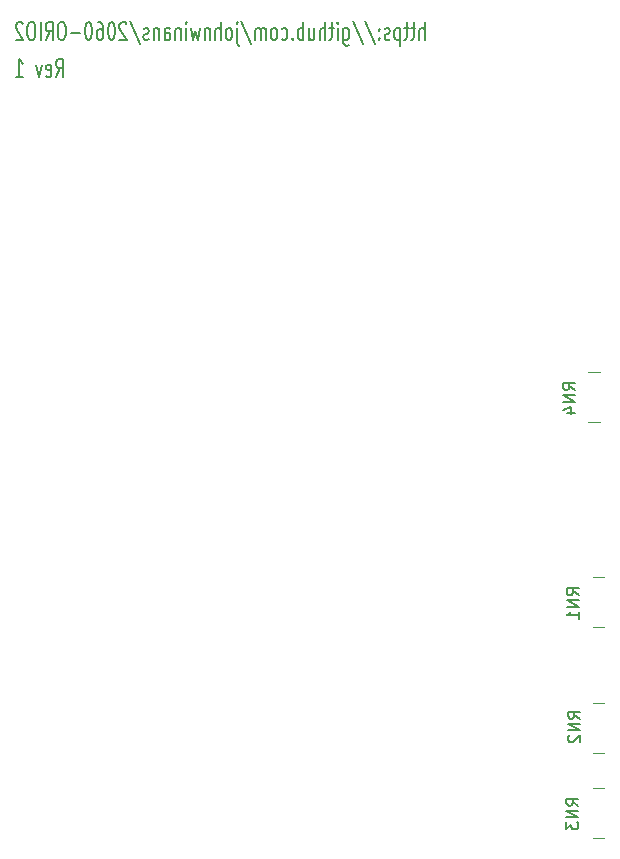
<source format=gbr>
G04 #@! TF.GenerationSoftware,KiCad,Pcbnew,5.1.5+dfsg1-2build2*
G04 #@! TF.CreationDate,2020-07-20T14:56:00-05:00*
G04 #@! TF.ProjectId,2060-ORIO2,32303630-2d4f-4524-994f-322e6b696361,rev?*
G04 #@! TF.SameCoordinates,Original*
G04 #@! TF.FileFunction,Legend,Bot*
G04 #@! TF.FilePolarity,Positive*
%FSLAX46Y46*%
G04 Gerber Fmt 4.6, Leading zero omitted, Abs format (unit mm)*
G04 Created by KiCad (PCBNEW 5.1.5+dfsg1-2build2) date 2020-07-20 14:56:00*
%MOMM*%
%LPD*%
G04 APERTURE LIST*
%ADD10C,0.200000*%
%ADD11C,0.120000*%
%ADD12C,0.150000*%
%ADD13O,1.650800X1.650800*%
%ADD14R,1.650800X1.650800*%
%ADD15R,0.850800X0.350800*%
%ADD16O,1.750800X1.750800*%
%ADD17R,1.750800X1.750800*%
%ADD18C,2.550800*%
%ADD19C,2.250800*%
%ADD20R,2.250800X2.250800*%
%ADD21C,5.700000*%
G04 APERTURE END LIST*
D10*
X109486257Y-59275628D02*
X109824923Y-58549914D01*
X110066828Y-59275628D02*
X110066828Y-57751628D01*
X109679780Y-57751628D01*
X109583019Y-57824200D01*
X109534638Y-57896771D01*
X109486257Y-58041914D01*
X109486257Y-58259628D01*
X109534638Y-58404771D01*
X109583019Y-58477342D01*
X109679780Y-58549914D01*
X110066828Y-58549914D01*
X108663780Y-59203057D02*
X108760542Y-59275628D01*
X108954066Y-59275628D01*
X109050828Y-59203057D01*
X109099209Y-59057914D01*
X109099209Y-58477342D01*
X109050828Y-58332200D01*
X108954066Y-58259628D01*
X108760542Y-58259628D01*
X108663780Y-58332200D01*
X108615400Y-58477342D01*
X108615400Y-58622485D01*
X109099209Y-58767628D01*
X108276733Y-58259628D02*
X108034828Y-59275628D01*
X107792923Y-58259628D01*
X106099590Y-59275628D02*
X106680161Y-59275628D01*
X106389876Y-59275628D02*
X106389876Y-57751628D01*
X106486638Y-57969342D01*
X106583400Y-58114485D01*
X106680161Y-58187057D01*
X140695600Y-56151428D02*
X140695600Y-54627428D01*
X140260171Y-56151428D02*
X140260171Y-55353142D01*
X140308552Y-55208000D01*
X140405314Y-55135428D01*
X140550457Y-55135428D01*
X140647219Y-55208000D01*
X140695600Y-55280571D01*
X139921504Y-55135428D02*
X139534457Y-55135428D01*
X139776361Y-54627428D02*
X139776361Y-55933714D01*
X139727980Y-56078857D01*
X139631219Y-56151428D01*
X139534457Y-56151428D01*
X139340933Y-55135428D02*
X138953885Y-55135428D01*
X139195790Y-54627428D02*
X139195790Y-55933714D01*
X139147409Y-56078857D01*
X139050647Y-56151428D01*
X138953885Y-56151428D01*
X138615219Y-55135428D02*
X138615219Y-56659428D01*
X138615219Y-55208000D02*
X138518457Y-55135428D01*
X138324933Y-55135428D01*
X138228171Y-55208000D01*
X138179790Y-55280571D01*
X138131409Y-55425714D01*
X138131409Y-55861142D01*
X138179790Y-56006285D01*
X138228171Y-56078857D01*
X138324933Y-56151428D01*
X138518457Y-56151428D01*
X138615219Y-56078857D01*
X137744361Y-56078857D02*
X137647600Y-56151428D01*
X137454076Y-56151428D01*
X137357314Y-56078857D01*
X137308933Y-55933714D01*
X137308933Y-55861142D01*
X137357314Y-55716000D01*
X137454076Y-55643428D01*
X137599219Y-55643428D01*
X137695980Y-55570857D01*
X137744361Y-55425714D01*
X137744361Y-55353142D01*
X137695980Y-55208000D01*
X137599219Y-55135428D01*
X137454076Y-55135428D01*
X137357314Y-55208000D01*
X136873504Y-56006285D02*
X136825123Y-56078857D01*
X136873504Y-56151428D01*
X136921885Y-56078857D01*
X136873504Y-56006285D01*
X136873504Y-56151428D01*
X136873504Y-55208000D02*
X136825123Y-55280571D01*
X136873504Y-55353142D01*
X136921885Y-55280571D01*
X136873504Y-55208000D01*
X136873504Y-55353142D01*
X135663980Y-54554857D02*
X136534838Y-56514285D01*
X134599600Y-54554857D02*
X135470457Y-56514285D01*
X133825504Y-55135428D02*
X133825504Y-56369142D01*
X133873885Y-56514285D01*
X133922266Y-56586857D01*
X134019028Y-56659428D01*
X134164171Y-56659428D01*
X134260933Y-56586857D01*
X133825504Y-56078857D02*
X133922266Y-56151428D01*
X134115790Y-56151428D01*
X134212552Y-56078857D01*
X134260933Y-56006285D01*
X134309314Y-55861142D01*
X134309314Y-55425714D01*
X134260933Y-55280571D01*
X134212552Y-55208000D01*
X134115790Y-55135428D01*
X133922266Y-55135428D01*
X133825504Y-55208000D01*
X133341695Y-56151428D02*
X133341695Y-55135428D01*
X133341695Y-54627428D02*
X133390076Y-54700000D01*
X133341695Y-54772571D01*
X133293314Y-54700000D01*
X133341695Y-54627428D01*
X133341695Y-54772571D01*
X133003028Y-55135428D02*
X132615980Y-55135428D01*
X132857885Y-54627428D02*
X132857885Y-55933714D01*
X132809504Y-56078857D01*
X132712742Y-56151428D01*
X132615980Y-56151428D01*
X132277314Y-56151428D02*
X132277314Y-54627428D01*
X131841885Y-56151428D02*
X131841885Y-55353142D01*
X131890266Y-55208000D01*
X131987028Y-55135428D01*
X132132171Y-55135428D01*
X132228933Y-55208000D01*
X132277314Y-55280571D01*
X130922647Y-55135428D02*
X130922647Y-56151428D01*
X131358076Y-55135428D02*
X131358076Y-55933714D01*
X131309695Y-56078857D01*
X131212933Y-56151428D01*
X131067790Y-56151428D01*
X130971028Y-56078857D01*
X130922647Y-56006285D01*
X130438838Y-56151428D02*
X130438838Y-54627428D01*
X130438838Y-55208000D02*
X130342076Y-55135428D01*
X130148552Y-55135428D01*
X130051790Y-55208000D01*
X130003409Y-55280571D01*
X129955028Y-55425714D01*
X129955028Y-55861142D01*
X130003409Y-56006285D01*
X130051790Y-56078857D01*
X130148552Y-56151428D01*
X130342076Y-56151428D01*
X130438838Y-56078857D01*
X129519600Y-56006285D02*
X129471219Y-56078857D01*
X129519600Y-56151428D01*
X129567980Y-56078857D01*
X129519600Y-56006285D01*
X129519600Y-56151428D01*
X128600361Y-56078857D02*
X128697123Y-56151428D01*
X128890647Y-56151428D01*
X128987409Y-56078857D01*
X129035790Y-56006285D01*
X129084171Y-55861142D01*
X129084171Y-55425714D01*
X129035790Y-55280571D01*
X128987409Y-55208000D01*
X128890647Y-55135428D01*
X128697123Y-55135428D01*
X128600361Y-55208000D01*
X128019790Y-56151428D02*
X128116552Y-56078857D01*
X128164933Y-56006285D01*
X128213314Y-55861142D01*
X128213314Y-55425714D01*
X128164933Y-55280571D01*
X128116552Y-55208000D01*
X128019790Y-55135428D01*
X127874647Y-55135428D01*
X127777885Y-55208000D01*
X127729504Y-55280571D01*
X127681123Y-55425714D01*
X127681123Y-55861142D01*
X127729504Y-56006285D01*
X127777885Y-56078857D01*
X127874647Y-56151428D01*
X128019790Y-56151428D01*
X127245695Y-56151428D02*
X127245695Y-55135428D01*
X127245695Y-55280571D02*
X127197314Y-55208000D01*
X127100552Y-55135428D01*
X126955409Y-55135428D01*
X126858647Y-55208000D01*
X126810266Y-55353142D01*
X126810266Y-56151428D01*
X126810266Y-55353142D02*
X126761885Y-55208000D01*
X126665123Y-55135428D01*
X126519980Y-55135428D01*
X126423219Y-55208000D01*
X126374838Y-55353142D01*
X126374838Y-56151428D01*
X125165314Y-54554857D02*
X126036171Y-56514285D01*
X124826647Y-55135428D02*
X124826647Y-56441714D01*
X124875028Y-56586857D01*
X124971790Y-56659428D01*
X125020171Y-56659428D01*
X124826647Y-54627428D02*
X124875028Y-54700000D01*
X124826647Y-54772571D01*
X124778266Y-54700000D01*
X124826647Y-54627428D01*
X124826647Y-54772571D01*
X124197695Y-56151428D02*
X124294457Y-56078857D01*
X124342838Y-56006285D01*
X124391219Y-55861142D01*
X124391219Y-55425714D01*
X124342838Y-55280571D01*
X124294457Y-55208000D01*
X124197695Y-55135428D01*
X124052552Y-55135428D01*
X123955790Y-55208000D01*
X123907409Y-55280571D01*
X123859028Y-55425714D01*
X123859028Y-55861142D01*
X123907409Y-56006285D01*
X123955790Y-56078857D01*
X124052552Y-56151428D01*
X124197695Y-56151428D01*
X123423600Y-56151428D02*
X123423600Y-54627428D01*
X122988171Y-56151428D02*
X122988171Y-55353142D01*
X123036552Y-55208000D01*
X123133314Y-55135428D01*
X123278457Y-55135428D01*
X123375219Y-55208000D01*
X123423600Y-55280571D01*
X122504361Y-55135428D02*
X122504361Y-56151428D01*
X122504361Y-55280571D02*
X122455980Y-55208000D01*
X122359219Y-55135428D01*
X122214076Y-55135428D01*
X122117314Y-55208000D01*
X122068933Y-55353142D01*
X122068933Y-56151428D01*
X121681885Y-55135428D02*
X121488361Y-56151428D01*
X121294838Y-55425714D01*
X121101314Y-56151428D01*
X120907790Y-55135428D01*
X120520742Y-56151428D02*
X120520742Y-55135428D01*
X120520742Y-54627428D02*
X120569123Y-54700000D01*
X120520742Y-54772571D01*
X120472361Y-54700000D01*
X120520742Y-54627428D01*
X120520742Y-54772571D01*
X120036933Y-55135428D02*
X120036933Y-56151428D01*
X120036933Y-55280571D02*
X119988552Y-55208000D01*
X119891790Y-55135428D01*
X119746647Y-55135428D01*
X119649885Y-55208000D01*
X119601504Y-55353142D01*
X119601504Y-56151428D01*
X118682266Y-56151428D02*
X118682266Y-55353142D01*
X118730647Y-55208000D01*
X118827409Y-55135428D01*
X119020933Y-55135428D01*
X119117695Y-55208000D01*
X118682266Y-56078857D02*
X118779028Y-56151428D01*
X119020933Y-56151428D01*
X119117695Y-56078857D01*
X119166076Y-55933714D01*
X119166076Y-55788571D01*
X119117695Y-55643428D01*
X119020933Y-55570857D01*
X118779028Y-55570857D01*
X118682266Y-55498285D01*
X118198457Y-55135428D02*
X118198457Y-56151428D01*
X118198457Y-55280571D02*
X118150076Y-55208000D01*
X118053314Y-55135428D01*
X117908171Y-55135428D01*
X117811409Y-55208000D01*
X117763028Y-55353142D01*
X117763028Y-56151428D01*
X117327599Y-56078857D02*
X117230838Y-56151428D01*
X117037314Y-56151428D01*
X116940552Y-56078857D01*
X116892171Y-55933714D01*
X116892171Y-55861142D01*
X116940552Y-55716000D01*
X117037314Y-55643428D01*
X117182457Y-55643428D01*
X117279219Y-55570857D01*
X117327599Y-55425714D01*
X117327599Y-55353142D01*
X117279219Y-55208000D01*
X117182457Y-55135428D01*
X117037314Y-55135428D01*
X116940552Y-55208000D01*
X115731028Y-54554857D02*
X116601885Y-56514285D01*
X115440742Y-54772571D02*
X115392361Y-54700000D01*
X115295600Y-54627428D01*
X115053695Y-54627428D01*
X114956933Y-54700000D01*
X114908552Y-54772571D01*
X114860171Y-54917714D01*
X114860171Y-55062857D01*
X114908552Y-55280571D01*
X115489123Y-56151428D01*
X114860171Y-56151428D01*
X114231219Y-54627428D02*
X114134457Y-54627428D01*
X114037695Y-54700000D01*
X113989314Y-54772571D01*
X113940933Y-54917714D01*
X113892552Y-55208000D01*
X113892552Y-55570857D01*
X113940933Y-55861142D01*
X113989314Y-56006285D01*
X114037695Y-56078857D01*
X114134457Y-56151428D01*
X114231219Y-56151428D01*
X114327980Y-56078857D01*
X114376361Y-56006285D01*
X114424742Y-55861142D01*
X114473123Y-55570857D01*
X114473123Y-55208000D01*
X114424742Y-54917714D01*
X114376361Y-54772571D01*
X114327980Y-54700000D01*
X114231219Y-54627428D01*
X113021695Y-54627428D02*
X113215219Y-54627428D01*
X113311980Y-54700000D01*
X113360361Y-54772571D01*
X113457123Y-54990285D01*
X113505504Y-55280571D01*
X113505504Y-55861142D01*
X113457123Y-56006285D01*
X113408742Y-56078857D01*
X113311980Y-56151428D01*
X113118457Y-56151428D01*
X113021695Y-56078857D01*
X112973314Y-56006285D01*
X112924933Y-55861142D01*
X112924933Y-55498285D01*
X112973314Y-55353142D01*
X113021695Y-55280571D01*
X113118457Y-55208000D01*
X113311980Y-55208000D01*
X113408742Y-55280571D01*
X113457123Y-55353142D01*
X113505504Y-55498285D01*
X112295980Y-54627428D02*
X112199219Y-54627428D01*
X112102457Y-54700000D01*
X112054076Y-54772571D01*
X112005695Y-54917714D01*
X111957314Y-55208000D01*
X111957314Y-55570857D01*
X112005695Y-55861142D01*
X112054076Y-56006285D01*
X112102457Y-56078857D01*
X112199219Y-56151428D01*
X112295980Y-56151428D01*
X112392742Y-56078857D01*
X112441123Y-56006285D01*
X112489504Y-55861142D01*
X112537885Y-55570857D01*
X112537885Y-55208000D01*
X112489504Y-54917714D01*
X112441123Y-54772571D01*
X112392742Y-54700000D01*
X112295980Y-54627428D01*
X111521885Y-55570857D02*
X110747790Y-55570857D01*
X110070457Y-54627428D02*
X109876933Y-54627428D01*
X109780171Y-54700000D01*
X109683409Y-54845142D01*
X109635028Y-55135428D01*
X109635028Y-55643428D01*
X109683409Y-55933714D01*
X109780171Y-56078857D01*
X109876933Y-56151428D01*
X110070457Y-56151428D01*
X110167219Y-56078857D01*
X110263980Y-55933714D01*
X110312361Y-55643428D01*
X110312361Y-55135428D01*
X110263980Y-54845142D01*
X110167219Y-54700000D01*
X110070457Y-54627428D01*
X108619028Y-56151428D02*
X108957695Y-55425714D01*
X109199600Y-56151428D02*
X109199600Y-54627428D01*
X108812552Y-54627428D01*
X108715790Y-54700000D01*
X108667409Y-54772571D01*
X108619028Y-54917714D01*
X108619028Y-55135428D01*
X108667409Y-55280571D01*
X108715790Y-55353142D01*
X108812552Y-55425714D01*
X109199600Y-55425714D01*
X108183600Y-56151428D02*
X108183600Y-54627428D01*
X107506266Y-54627428D02*
X107312742Y-54627428D01*
X107215980Y-54700000D01*
X107119219Y-54845142D01*
X107070838Y-55135428D01*
X107070838Y-55643428D01*
X107119219Y-55933714D01*
X107215980Y-56078857D01*
X107312742Y-56151428D01*
X107506266Y-56151428D01*
X107603028Y-56078857D01*
X107699790Y-55933714D01*
X107748171Y-55643428D01*
X107748171Y-55135428D01*
X107699790Y-54845142D01*
X107603028Y-54700000D01*
X107506266Y-54627428D01*
X106683790Y-54772571D02*
X106635409Y-54700000D01*
X106538647Y-54627428D01*
X106296742Y-54627428D01*
X106199980Y-54700000D01*
X106151600Y-54772571D01*
X106103219Y-54917714D01*
X106103219Y-55062857D01*
X106151600Y-55280571D01*
X106732171Y-56151428D01*
X106103219Y-56151428D01*
D11*
X154557600Y-84286500D02*
X155557600Y-84286500D01*
X154557600Y-88526500D02*
X155557600Y-88526500D01*
X154914900Y-119458200D02*
X155914900Y-119458200D01*
X154914900Y-123698200D02*
X155914900Y-123698200D01*
X154916600Y-112312100D02*
X155916600Y-112312100D01*
X154916600Y-116552100D02*
X155916600Y-116552100D01*
X154914900Y-101576600D02*
X155914900Y-101576600D01*
X154914900Y-105816600D02*
X155914900Y-105816600D01*
D12*
X153428880Y-85784923D02*
X152952690Y-85451590D01*
X153428880Y-85213495D02*
X152428880Y-85213495D01*
X152428880Y-85594447D01*
X152476500Y-85689685D01*
X152524119Y-85737304D01*
X152619357Y-85784923D01*
X152762214Y-85784923D01*
X152857452Y-85737304D01*
X152905071Y-85689685D01*
X152952690Y-85594447D01*
X152952690Y-85213495D01*
X153428880Y-86213495D02*
X152428880Y-86213495D01*
X153428880Y-86784923D01*
X152428880Y-86784923D01*
X152762214Y-87689685D02*
X153428880Y-87689685D01*
X152381261Y-87451590D02*
X153095547Y-87213495D01*
X153095547Y-87832542D01*
X153708280Y-120963923D02*
X153232090Y-120630590D01*
X153708280Y-120392495D02*
X152708280Y-120392495D01*
X152708280Y-120773447D01*
X152755900Y-120868685D01*
X152803519Y-120916304D01*
X152898757Y-120963923D01*
X153041614Y-120963923D01*
X153136852Y-120916304D01*
X153184471Y-120868685D01*
X153232090Y-120773447D01*
X153232090Y-120392495D01*
X153708280Y-121392495D02*
X152708280Y-121392495D01*
X153708280Y-121963923D01*
X152708280Y-121963923D01*
X152708280Y-122344876D02*
X152708280Y-122963923D01*
X153089233Y-122630590D01*
X153089233Y-122773447D01*
X153136852Y-122868685D01*
X153184471Y-122916304D01*
X153279709Y-122963923D01*
X153517804Y-122963923D01*
X153613042Y-122916304D01*
X153660661Y-122868685D01*
X153708280Y-122773447D01*
X153708280Y-122487733D01*
X153660661Y-122392495D01*
X153613042Y-122344876D01*
X153847980Y-113597923D02*
X153371790Y-113264590D01*
X153847980Y-113026495D02*
X152847980Y-113026495D01*
X152847980Y-113407447D01*
X152895600Y-113502685D01*
X152943219Y-113550304D01*
X153038457Y-113597923D01*
X153181314Y-113597923D01*
X153276552Y-113550304D01*
X153324171Y-113502685D01*
X153371790Y-113407447D01*
X153371790Y-113026495D01*
X153847980Y-114026495D02*
X152847980Y-114026495D01*
X153847980Y-114597923D01*
X152847980Y-114597923D01*
X152943219Y-115026495D02*
X152895600Y-115074114D01*
X152847980Y-115169352D01*
X152847980Y-115407447D01*
X152895600Y-115502685D01*
X152943219Y-115550304D01*
X153038457Y-115597923D01*
X153133695Y-115597923D01*
X153276552Y-115550304D01*
X153847980Y-114978876D01*
X153847980Y-115597923D01*
X153733680Y-103145823D02*
X153257490Y-102812490D01*
X153733680Y-102574395D02*
X152733680Y-102574395D01*
X152733680Y-102955347D01*
X152781300Y-103050585D01*
X152828919Y-103098204D01*
X152924157Y-103145823D01*
X153067014Y-103145823D01*
X153162252Y-103098204D01*
X153209871Y-103050585D01*
X153257490Y-102955347D01*
X153257490Y-102574395D01*
X153733680Y-103574395D02*
X152733680Y-103574395D01*
X153733680Y-104145823D01*
X152733680Y-104145823D01*
X153733680Y-105145823D02*
X153733680Y-104574395D01*
X153733680Y-104860109D02*
X152733680Y-104860109D01*
X152876538Y-104764871D01*
X152971776Y-104669633D01*
X153019395Y-104574395D01*
%LPC*%
D13*
X114190700Y-110199000D03*
D14*
X121810700Y-110199000D03*
D15*
X154157600Y-87656500D03*
X154157600Y-86656500D03*
X154157600Y-87156500D03*
X154157600Y-86156500D03*
X154157600Y-85656500D03*
X154157600Y-85156500D03*
X155957600Y-87656500D03*
X155957600Y-87156500D03*
X155957600Y-86656500D03*
X155957600Y-86156500D03*
X155957600Y-85656500D03*
X155957600Y-85156500D03*
X154157600Y-88156500D03*
X155957600Y-88156500D03*
X154157600Y-84656500D03*
X155957600Y-84656500D03*
X154514900Y-122828200D03*
X154514900Y-121828200D03*
X154514900Y-122328200D03*
X154514900Y-121328200D03*
X154514900Y-120828200D03*
X154514900Y-120328200D03*
X156314900Y-122828200D03*
X156314900Y-122328200D03*
X156314900Y-121828200D03*
X156314900Y-121328200D03*
X156314900Y-120828200D03*
X156314900Y-120328200D03*
X154514900Y-123328200D03*
X156314900Y-123328200D03*
X154514900Y-119828200D03*
X156314900Y-119828200D03*
X154516600Y-115682100D03*
X154516600Y-114682100D03*
X154516600Y-115182100D03*
X154516600Y-114182100D03*
X154516600Y-113682100D03*
X154516600Y-113182100D03*
X156316600Y-115682100D03*
X156316600Y-115182100D03*
X156316600Y-114682100D03*
X156316600Y-114182100D03*
X156316600Y-113682100D03*
X156316600Y-113182100D03*
X154516600Y-116182100D03*
X156316600Y-116182100D03*
X154516600Y-112682100D03*
X156316600Y-112682100D03*
X154514900Y-104946600D03*
X154514900Y-103946600D03*
X154514900Y-104446600D03*
X154514900Y-103446600D03*
X154514900Y-102946600D03*
X154514900Y-102446600D03*
X156314900Y-104946600D03*
X156314900Y-104446600D03*
X156314900Y-103946600D03*
X156314900Y-103446600D03*
X156314900Y-102946600D03*
X156314900Y-102446600D03*
X154514900Y-105446600D03*
X156314900Y-105446600D03*
X154514900Y-101946600D03*
X156314900Y-101946600D03*
D16*
X82707400Y-98515000D03*
D17*
X82707400Y-95975000D03*
D16*
X78313200Y-113805800D03*
X78313200Y-111265800D03*
X78313200Y-108725800D03*
X78313200Y-106185800D03*
X78313200Y-103645800D03*
X78313200Y-101105800D03*
X78313200Y-98565800D03*
D17*
X78313200Y-96025800D03*
D16*
X103027400Y-50915400D03*
X100487400Y-50915400D03*
X97947400Y-50915400D03*
D17*
X95407400Y-50915400D03*
D16*
X144835800Y-133389200D03*
X142295800Y-133389200D03*
X139755800Y-133389200D03*
X137215800Y-133389200D03*
X134675800Y-133389200D03*
X132135800Y-133389200D03*
X129595800Y-133389200D03*
X127055800Y-133389200D03*
D17*
X124515800Y-133389200D03*
D16*
X143630000Y-44230000D03*
X143630000Y-46770000D03*
X141090000Y-44230000D03*
X141090000Y-46770000D03*
X138550000Y-44230000D03*
X138550000Y-46770000D03*
X136010000Y-44230000D03*
X136010000Y-46770000D03*
X133470000Y-44230000D03*
X133470000Y-46770000D03*
X130930000Y-44230000D03*
X130930000Y-46770000D03*
X128390000Y-44230000D03*
X128390000Y-46770000D03*
X125850000Y-44230000D03*
X125850000Y-46770000D03*
X123310000Y-44230000D03*
X123310000Y-46770000D03*
X120770000Y-44230000D03*
X120770000Y-46770000D03*
X118230000Y-44230000D03*
X118230000Y-46770000D03*
X115690000Y-44230000D03*
X115690000Y-46770000D03*
X113150000Y-44230000D03*
X113150000Y-46770000D03*
X110610000Y-44230000D03*
X110610000Y-46770000D03*
X108070000Y-44230000D03*
X108070000Y-46770000D03*
X105530000Y-44230000D03*
X105530000Y-46770000D03*
X102990000Y-44230000D03*
X102990000Y-46770000D03*
X100450000Y-44230000D03*
X100450000Y-46770000D03*
X97910000Y-44230000D03*
X97910000Y-46770000D03*
X95370000Y-44230000D03*
D17*
X95370000Y-46770000D03*
D16*
X120020000Y-138520000D03*
X117480000Y-138520000D03*
X114940000Y-138520000D03*
X112400000Y-138520000D03*
X109860000Y-138520000D03*
X107320000Y-138520000D03*
X104780000Y-138520000D03*
X102240000Y-138520000D03*
X99700000Y-138520000D03*
X97160000Y-138520000D03*
X94620000Y-138520000D03*
X92080000Y-138520000D03*
X89540000Y-138520000D03*
X87000000Y-138520000D03*
X84460000Y-138520000D03*
D17*
X81920000Y-138520000D03*
D16*
X120020000Y-135980000D03*
X117480000Y-135980000D03*
X114940000Y-135980000D03*
X112400000Y-135980000D03*
X109860000Y-135980000D03*
X107320000Y-135980000D03*
X104780000Y-135980000D03*
X102240000Y-135980000D03*
X99700000Y-135980000D03*
X97160000Y-135980000D03*
X94620000Y-135980000D03*
X92080000Y-135980000D03*
X89540000Y-135980000D03*
X87000000Y-135980000D03*
X84460000Y-135980000D03*
D17*
X81920000Y-135980000D03*
D16*
X120020000Y-133440000D03*
X117480000Y-133440000D03*
X114940000Y-133440000D03*
X112400000Y-133440000D03*
X109860000Y-133440000D03*
X107320000Y-133440000D03*
X104780000Y-133440000D03*
X102240000Y-133440000D03*
X99700000Y-133440000D03*
X97160000Y-133440000D03*
X94620000Y-133440000D03*
X92080000Y-133440000D03*
X89540000Y-133440000D03*
X87000000Y-133440000D03*
X84460000Y-133440000D03*
D17*
X81920000Y-133440000D03*
D16*
X165740000Y-52160000D03*
X165740000Y-54700000D03*
X165740000Y-57240000D03*
X165740000Y-59780000D03*
X165740000Y-62320000D03*
X165740000Y-64860000D03*
X165740000Y-67400000D03*
D17*
X165740000Y-69940000D03*
D16*
X168280000Y-75782000D03*
X168280000Y-78322000D03*
X168280000Y-80862000D03*
X168280000Y-83402000D03*
X168280000Y-85942000D03*
X168280000Y-88482000D03*
X168280000Y-91022000D03*
D17*
X168280000Y-93562000D03*
D16*
X168280000Y-52160000D03*
X168280000Y-54700000D03*
X168280000Y-57240000D03*
X168280000Y-59780000D03*
X168280000Y-62320000D03*
X168280000Y-64860000D03*
X168280000Y-67400000D03*
D17*
X168280000Y-69940000D03*
D16*
X165740000Y-75782000D03*
X165740000Y-78322000D03*
X165740000Y-80862000D03*
X165740000Y-83402000D03*
X165740000Y-85942000D03*
X165740000Y-88482000D03*
X165740000Y-91022000D03*
D17*
X165740000Y-93562000D03*
D16*
X160660000Y-75782000D03*
X160660000Y-78322000D03*
X160660000Y-80862000D03*
X160660000Y-83402000D03*
X160660000Y-85942000D03*
X160660000Y-88482000D03*
X160660000Y-91022000D03*
D17*
X160660000Y-93562000D03*
D16*
X163200000Y-52160000D03*
X163200000Y-54700000D03*
X163200000Y-57240000D03*
X163200000Y-59780000D03*
X163200000Y-62320000D03*
X163200000Y-64860000D03*
X163200000Y-67400000D03*
D17*
X163200000Y-69940000D03*
D16*
X163200000Y-75782000D03*
X163200000Y-78322000D03*
X163200000Y-80862000D03*
X163200000Y-83402000D03*
X163200000Y-85942000D03*
X163200000Y-88482000D03*
X163200000Y-91022000D03*
D17*
X163200000Y-93562000D03*
D16*
X160660000Y-52160000D03*
X160660000Y-54700000D03*
X160660000Y-57240000D03*
X160660000Y-59780000D03*
X160660000Y-62320000D03*
X160660000Y-64860000D03*
X160660000Y-67400000D03*
D17*
X160660000Y-69940000D03*
D18*
X77565800Y-71656400D03*
X82565800Y-71656400D03*
X82565800Y-76656400D03*
X77565800Y-76656400D03*
D16*
X168280000Y-100293000D03*
X168280000Y-102833000D03*
X168280000Y-105373000D03*
X168280000Y-107913000D03*
X168280000Y-110453000D03*
X168280000Y-112993000D03*
X168280000Y-115533000D03*
X168280000Y-118073000D03*
X168280000Y-120613000D03*
D17*
X168280000Y-123153000D03*
D16*
X165740000Y-100293000D03*
X165740000Y-102833000D03*
X165740000Y-105373000D03*
X165740000Y-107913000D03*
X165740000Y-110453000D03*
X165740000Y-112993000D03*
X165740000Y-115533000D03*
X165740000Y-118073000D03*
X165740000Y-120613000D03*
D17*
X165740000Y-123153000D03*
D16*
X163200000Y-100293000D03*
X163200000Y-102833000D03*
X163200000Y-105373000D03*
X163200000Y-107913000D03*
X163200000Y-110453000D03*
X163200000Y-112993000D03*
X163200000Y-115533000D03*
X163200000Y-118073000D03*
X163200000Y-120613000D03*
D17*
X163200000Y-123153000D03*
D16*
X160660000Y-100293000D03*
X160660000Y-102833000D03*
X160660000Y-105373000D03*
X160660000Y-107913000D03*
X160660000Y-110453000D03*
X160660000Y-112993000D03*
X160660000Y-115533000D03*
X160660000Y-118073000D03*
X160660000Y-120613000D03*
D17*
X160660000Y-123153000D03*
D16*
X75773200Y-113805800D03*
X75773200Y-111265800D03*
X75773200Y-108725800D03*
X75773200Y-106185800D03*
X75773200Y-103645800D03*
X75773200Y-101105800D03*
X75773200Y-98565800D03*
D17*
X75773200Y-96025800D03*
D16*
X144861200Y-138469200D03*
X142321200Y-138469200D03*
X139781200Y-138469200D03*
X137241200Y-138469200D03*
X134701200Y-138469200D03*
X132161200Y-138469200D03*
X129621200Y-138469200D03*
D17*
X127081200Y-138469200D03*
D16*
X144861200Y-135929200D03*
X142321200Y-135929200D03*
X139781200Y-135929200D03*
X137241200Y-135929200D03*
X134701200Y-135929200D03*
X132161200Y-135929200D03*
X129621200Y-135929200D03*
D17*
X127081200Y-135929200D03*
D19*
X157049000Y-132449400D03*
X157049000Y-138949400D03*
X161549000Y-138949400D03*
D20*
X161549000Y-132449400D03*
D19*
X149784600Y-132449400D03*
X149784600Y-138949400D03*
X154284600Y-138949400D03*
D20*
X154284600Y-132449400D03*
D21*
X75500000Y-138500000D03*
X90500000Y-94500000D03*
X148500000Y-94500000D03*
X168500000Y-138500000D03*
X168500000Y-45500000D03*
X148500000Y-45500000D03*
X75500000Y-45500000D03*
X90500000Y-45500000D03*
D13*
X96499600Y-98489600D03*
X104119600Y-80709600D03*
X96499600Y-95949600D03*
X104119600Y-83249600D03*
X96499600Y-93409600D03*
X104119600Y-85789600D03*
X96499600Y-90869600D03*
X104119600Y-88329600D03*
X96499600Y-88329600D03*
X104119600Y-90869600D03*
X96499600Y-85789600D03*
X104119600Y-93409600D03*
X96499600Y-83249600D03*
X104119600Y-95949600D03*
X96499600Y-80709600D03*
D14*
X104119600Y-98489600D03*
M02*

</source>
